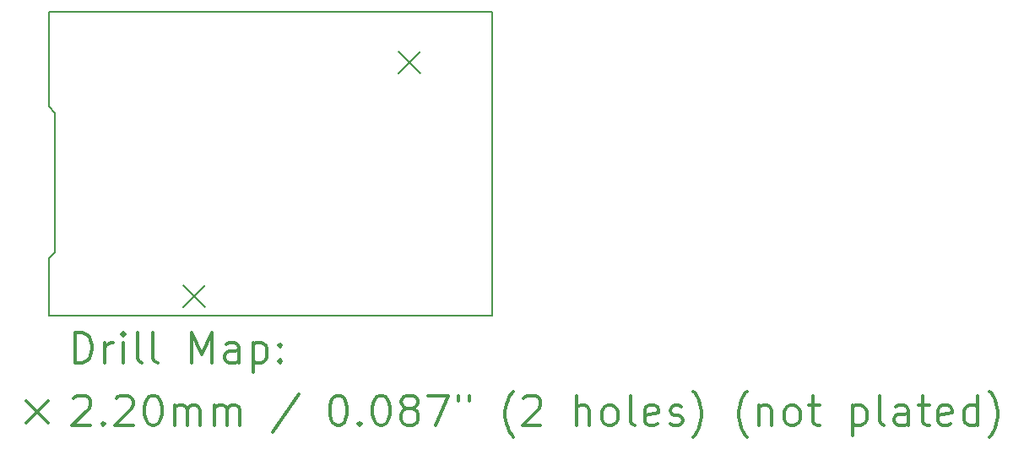
<source format=gbr>
%FSLAX45Y45*%
G04 Gerber Fmt 4.5, Leading zero omitted, Abs format (unit mm)*
G04 Created by KiCad (PCBNEW 4.0.7) date 05/11/18 23:43:44*
%MOMM*%
%LPD*%
G01*
G04 APERTURE LIST*
%ADD10C,0.127000*%
%ADD11C,0.150000*%
%ADD12C,0.200000*%
%ADD13C,0.300000*%
G04 APERTURE END LIST*
D10*
D11*
X10096500Y-5715000D02*
X10096500Y-4762500D01*
X10096500Y-4762500D02*
X14414500Y-4762500D01*
X10096500Y-7239000D02*
X10096500Y-7810500D01*
X10160000Y-5778500D02*
X10096500Y-5715000D01*
X10160000Y-7175500D02*
X10160000Y-5778500D01*
X10096500Y-7239000D02*
X10160000Y-7175500D01*
X14541500Y-7810500D02*
X10096500Y-7810500D01*
X14541500Y-4762500D02*
X14541500Y-7810500D01*
X14478000Y-4762500D02*
X14541500Y-4762500D01*
X14414500Y-4762500D02*
X14478000Y-4762500D01*
D12*
X11447000Y-7510000D02*
X11667000Y-7730000D01*
X11667000Y-7510000D02*
X11447000Y-7730000D01*
X13606000Y-5160500D02*
X13826000Y-5380500D01*
X13826000Y-5160500D02*
X13606000Y-5380500D01*
D13*
X10360429Y-8283714D02*
X10360429Y-7983714D01*
X10431857Y-7983714D01*
X10474714Y-7998000D01*
X10503286Y-8026571D01*
X10517571Y-8055143D01*
X10531857Y-8112286D01*
X10531857Y-8155143D01*
X10517571Y-8212286D01*
X10503286Y-8240857D01*
X10474714Y-8269429D01*
X10431857Y-8283714D01*
X10360429Y-8283714D01*
X10660429Y-8283714D02*
X10660429Y-8083714D01*
X10660429Y-8140857D02*
X10674714Y-8112286D01*
X10689000Y-8098000D01*
X10717571Y-8083714D01*
X10746143Y-8083714D01*
X10846143Y-8283714D02*
X10846143Y-8083714D01*
X10846143Y-7983714D02*
X10831857Y-7998000D01*
X10846143Y-8012286D01*
X10860429Y-7998000D01*
X10846143Y-7983714D01*
X10846143Y-8012286D01*
X11031857Y-8283714D02*
X11003286Y-8269429D01*
X10989000Y-8240857D01*
X10989000Y-7983714D01*
X11189000Y-8283714D02*
X11160429Y-8269429D01*
X11146143Y-8240857D01*
X11146143Y-7983714D01*
X11531857Y-8283714D02*
X11531857Y-7983714D01*
X11631857Y-8198000D01*
X11731857Y-7983714D01*
X11731857Y-8283714D01*
X12003286Y-8283714D02*
X12003286Y-8126571D01*
X11989000Y-8098000D01*
X11960428Y-8083714D01*
X11903286Y-8083714D01*
X11874714Y-8098000D01*
X12003286Y-8269429D02*
X11974714Y-8283714D01*
X11903286Y-8283714D01*
X11874714Y-8269429D01*
X11860428Y-8240857D01*
X11860428Y-8212286D01*
X11874714Y-8183714D01*
X11903286Y-8169429D01*
X11974714Y-8169429D01*
X12003286Y-8155143D01*
X12146143Y-8083714D02*
X12146143Y-8383714D01*
X12146143Y-8098000D02*
X12174714Y-8083714D01*
X12231857Y-8083714D01*
X12260428Y-8098000D01*
X12274714Y-8112286D01*
X12289000Y-8140857D01*
X12289000Y-8226571D01*
X12274714Y-8255143D01*
X12260428Y-8269429D01*
X12231857Y-8283714D01*
X12174714Y-8283714D01*
X12146143Y-8269429D01*
X12417571Y-8255143D02*
X12431857Y-8269429D01*
X12417571Y-8283714D01*
X12403286Y-8269429D01*
X12417571Y-8255143D01*
X12417571Y-8283714D01*
X12417571Y-8098000D02*
X12431857Y-8112286D01*
X12417571Y-8126571D01*
X12403286Y-8112286D01*
X12417571Y-8098000D01*
X12417571Y-8126571D01*
X9869000Y-8668000D02*
X10089000Y-8888000D01*
X10089000Y-8668000D02*
X9869000Y-8888000D01*
X10346143Y-8642286D02*
X10360429Y-8628000D01*
X10389000Y-8613714D01*
X10460429Y-8613714D01*
X10489000Y-8628000D01*
X10503286Y-8642286D01*
X10517571Y-8670857D01*
X10517571Y-8699429D01*
X10503286Y-8742286D01*
X10331857Y-8913714D01*
X10517571Y-8913714D01*
X10646143Y-8885143D02*
X10660429Y-8899429D01*
X10646143Y-8913714D01*
X10631857Y-8899429D01*
X10646143Y-8885143D01*
X10646143Y-8913714D01*
X10774714Y-8642286D02*
X10789000Y-8628000D01*
X10817571Y-8613714D01*
X10889000Y-8613714D01*
X10917571Y-8628000D01*
X10931857Y-8642286D01*
X10946143Y-8670857D01*
X10946143Y-8699429D01*
X10931857Y-8742286D01*
X10760428Y-8913714D01*
X10946143Y-8913714D01*
X11131857Y-8613714D02*
X11160429Y-8613714D01*
X11189000Y-8628000D01*
X11203286Y-8642286D01*
X11217571Y-8670857D01*
X11231857Y-8728000D01*
X11231857Y-8799429D01*
X11217571Y-8856572D01*
X11203286Y-8885143D01*
X11189000Y-8899429D01*
X11160429Y-8913714D01*
X11131857Y-8913714D01*
X11103286Y-8899429D01*
X11089000Y-8885143D01*
X11074714Y-8856572D01*
X11060429Y-8799429D01*
X11060429Y-8728000D01*
X11074714Y-8670857D01*
X11089000Y-8642286D01*
X11103286Y-8628000D01*
X11131857Y-8613714D01*
X11360428Y-8913714D02*
X11360428Y-8713714D01*
X11360428Y-8742286D02*
X11374714Y-8728000D01*
X11403286Y-8713714D01*
X11446143Y-8713714D01*
X11474714Y-8728000D01*
X11489000Y-8756572D01*
X11489000Y-8913714D01*
X11489000Y-8756572D02*
X11503286Y-8728000D01*
X11531857Y-8713714D01*
X11574714Y-8713714D01*
X11603286Y-8728000D01*
X11617571Y-8756572D01*
X11617571Y-8913714D01*
X11760428Y-8913714D02*
X11760428Y-8713714D01*
X11760428Y-8742286D02*
X11774714Y-8728000D01*
X11803286Y-8713714D01*
X11846143Y-8713714D01*
X11874714Y-8728000D01*
X11889000Y-8756572D01*
X11889000Y-8913714D01*
X11889000Y-8756572D02*
X11903286Y-8728000D01*
X11931857Y-8713714D01*
X11974714Y-8713714D01*
X12003286Y-8728000D01*
X12017571Y-8756572D01*
X12017571Y-8913714D01*
X12603286Y-8599429D02*
X12346143Y-8985143D01*
X12989000Y-8613714D02*
X13017571Y-8613714D01*
X13046143Y-8628000D01*
X13060428Y-8642286D01*
X13074714Y-8670857D01*
X13089000Y-8728000D01*
X13089000Y-8799429D01*
X13074714Y-8856572D01*
X13060428Y-8885143D01*
X13046143Y-8899429D01*
X13017571Y-8913714D01*
X12989000Y-8913714D01*
X12960428Y-8899429D01*
X12946143Y-8885143D01*
X12931857Y-8856572D01*
X12917571Y-8799429D01*
X12917571Y-8728000D01*
X12931857Y-8670857D01*
X12946143Y-8642286D01*
X12960428Y-8628000D01*
X12989000Y-8613714D01*
X13217571Y-8885143D02*
X13231857Y-8899429D01*
X13217571Y-8913714D01*
X13203286Y-8899429D01*
X13217571Y-8885143D01*
X13217571Y-8913714D01*
X13417571Y-8613714D02*
X13446143Y-8613714D01*
X13474714Y-8628000D01*
X13489000Y-8642286D01*
X13503285Y-8670857D01*
X13517571Y-8728000D01*
X13517571Y-8799429D01*
X13503285Y-8856572D01*
X13489000Y-8885143D01*
X13474714Y-8899429D01*
X13446143Y-8913714D01*
X13417571Y-8913714D01*
X13389000Y-8899429D01*
X13374714Y-8885143D01*
X13360428Y-8856572D01*
X13346143Y-8799429D01*
X13346143Y-8728000D01*
X13360428Y-8670857D01*
X13374714Y-8642286D01*
X13389000Y-8628000D01*
X13417571Y-8613714D01*
X13689000Y-8742286D02*
X13660428Y-8728000D01*
X13646143Y-8713714D01*
X13631857Y-8685143D01*
X13631857Y-8670857D01*
X13646143Y-8642286D01*
X13660428Y-8628000D01*
X13689000Y-8613714D01*
X13746143Y-8613714D01*
X13774714Y-8628000D01*
X13789000Y-8642286D01*
X13803285Y-8670857D01*
X13803285Y-8685143D01*
X13789000Y-8713714D01*
X13774714Y-8728000D01*
X13746143Y-8742286D01*
X13689000Y-8742286D01*
X13660428Y-8756572D01*
X13646143Y-8770857D01*
X13631857Y-8799429D01*
X13631857Y-8856572D01*
X13646143Y-8885143D01*
X13660428Y-8899429D01*
X13689000Y-8913714D01*
X13746143Y-8913714D01*
X13774714Y-8899429D01*
X13789000Y-8885143D01*
X13803285Y-8856572D01*
X13803285Y-8799429D01*
X13789000Y-8770857D01*
X13774714Y-8756572D01*
X13746143Y-8742286D01*
X13903285Y-8613714D02*
X14103285Y-8613714D01*
X13974714Y-8913714D01*
X14203286Y-8613714D02*
X14203286Y-8670857D01*
X14317571Y-8613714D02*
X14317571Y-8670857D01*
X14760428Y-9028000D02*
X14746143Y-9013714D01*
X14717571Y-8970857D01*
X14703285Y-8942286D01*
X14689000Y-8899429D01*
X14674714Y-8828000D01*
X14674714Y-8770857D01*
X14689000Y-8699429D01*
X14703285Y-8656572D01*
X14717571Y-8628000D01*
X14746143Y-8585143D01*
X14760428Y-8570857D01*
X14860428Y-8642286D02*
X14874714Y-8628000D01*
X14903285Y-8613714D01*
X14974714Y-8613714D01*
X15003285Y-8628000D01*
X15017571Y-8642286D01*
X15031857Y-8670857D01*
X15031857Y-8699429D01*
X15017571Y-8742286D01*
X14846143Y-8913714D01*
X15031857Y-8913714D01*
X15389000Y-8913714D02*
X15389000Y-8613714D01*
X15517571Y-8913714D02*
X15517571Y-8756572D01*
X15503285Y-8728000D01*
X15474714Y-8713714D01*
X15431857Y-8713714D01*
X15403285Y-8728000D01*
X15389000Y-8742286D01*
X15703285Y-8913714D02*
X15674714Y-8899429D01*
X15660428Y-8885143D01*
X15646143Y-8856572D01*
X15646143Y-8770857D01*
X15660428Y-8742286D01*
X15674714Y-8728000D01*
X15703285Y-8713714D01*
X15746143Y-8713714D01*
X15774714Y-8728000D01*
X15789000Y-8742286D01*
X15803285Y-8770857D01*
X15803285Y-8856572D01*
X15789000Y-8885143D01*
X15774714Y-8899429D01*
X15746143Y-8913714D01*
X15703285Y-8913714D01*
X15974714Y-8913714D02*
X15946143Y-8899429D01*
X15931857Y-8870857D01*
X15931857Y-8613714D01*
X16203286Y-8899429D02*
X16174714Y-8913714D01*
X16117571Y-8913714D01*
X16089000Y-8899429D01*
X16074714Y-8870857D01*
X16074714Y-8756572D01*
X16089000Y-8728000D01*
X16117571Y-8713714D01*
X16174714Y-8713714D01*
X16203286Y-8728000D01*
X16217571Y-8756572D01*
X16217571Y-8785143D01*
X16074714Y-8813714D01*
X16331857Y-8899429D02*
X16360428Y-8913714D01*
X16417571Y-8913714D01*
X16446143Y-8899429D01*
X16460428Y-8870857D01*
X16460428Y-8856572D01*
X16446143Y-8828000D01*
X16417571Y-8813714D01*
X16374714Y-8813714D01*
X16346143Y-8799429D01*
X16331857Y-8770857D01*
X16331857Y-8756572D01*
X16346143Y-8728000D01*
X16374714Y-8713714D01*
X16417571Y-8713714D01*
X16446143Y-8728000D01*
X16560428Y-9028000D02*
X16574714Y-9013714D01*
X16603286Y-8970857D01*
X16617571Y-8942286D01*
X16631857Y-8899429D01*
X16646143Y-8828000D01*
X16646143Y-8770857D01*
X16631857Y-8699429D01*
X16617571Y-8656572D01*
X16603286Y-8628000D01*
X16574714Y-8585143D01*
X16560428Y-8570857D01*
X17103286Y-9028000D02*
X17089000Y-9013714D01*
X17060428Y-8970857D01*
X17046143Y-8942286D01*
X17031857Y-8899429D01*
X17017571Y-8828000D01*
X17017571Y-8770857D01*
X17031857Y-8699429D01*
X17046143Y-8656572D01*
X17060428Y-8628000D01*
X17089000Y-8585143D01*
X17103286Y-8570857D01*
X17217571Y-8713714D02*
X17217571Y-8913714D01*
X17217571Y-8742286D02*
X17231857Y-8728000D01*
X17260428Y-8713714D01*
X17303286Y-8713714D01*
X17331857Y-8728000D01*
X17346143Y-8756572D01*
X17346143Y-8913714D01*
X17531857Y-8913714D02*
X17503286Y-8899429D01*
X17489000Y-8885143D01*
X17474714Y-8856572D01*
X17474714Y-8770857D01*
X17489000Y-8742286D01*
X17503286Y-8728000D01*
X17531857Y-8713714D01*
X17574714Y-8713714D01*
X17603286Y-8728000D01*
X17617571Y-8742286D01*
X17631857Y-8770857D01*
X17631857Y-8856572D01*
X17617571Y-8885143D01*
X17603286Y-8899429D01*
X17574714Y-8913714D01*
X17531857Y-8913714D01*
X17717571Y-8713714D02*
X17831857Y-8713714D01*
X17760429Y-8613714D02*
X17760429Y-8870857D01*
X17774714Y-8899429D01*
X17803286Y-8913714D01*
X17831857Y-8913714D01*
X18160429Y-8713714D02*
X18160429Y-9013714D01*
X18160429Y-8728000D02*
X18189000Y-8713714D01*
X18246143Y-8713714D01*
X18274714Y-8728000D01*
X18289000Y-8742286D01*
X18303286Y-8770857D01*
X18303286Y-8856572D01*
X18289000Y-8885143D01*
X18274714Y-8899429D01*
X18246143Y-8913714D01*
X18189000Y-8913714D01*
X18160429Y-8899429D01*
X18474714Y-8913714D02*
X18446143Y-8899429D01*
X18431857Y-8870857D01*
X18431857Y-8613714D01*
X18717571Y-8913714D02*
X18717571Y-8756572D01*
X18703286Y-8728000D01*
X18674714Y-8713714D01*
X18617571Y-8713714D01*
X18589000Y-8728000D01*
X18717571Y-8899429D02*
X18689000Y-8913714D01*
X18617571Y-8913714D01*
X18589000Y-8899429D01*
X18574714Y-8870857D01*
X18574714Y-8842286D01*
X18589000Y-8813714D01*
X18617571Y-8799429D01*
X18689000Y-8799429D01*
X18717571Y-8785143D01*
X18817571Y-8713714D02*
X18931857Y-8713714D01*
X18860429Y-8613714D02*
X18860429Y-8870857D01*
X18874714Y-8899429D01*
X18903286Y-8913714D01*
X18931857Y-8913714D01*
X19146143Y-8899429D02*
X19117572Y-8913714D01*
X19060429Y-8913714D01*
X19031857Y-8899429D01*
X19017572Y-8870857D01*
X19017572Y-8756572D01*
X19031857Y-8728000D01*
X19060429Y-8713714D01*
X19117572Y-8713714D01*
X19146143Y-8728000D01*
X19160429Y-8756572D01*
X19160429Y-8785143D01*
X19017572Y-8813714D01*
X19417572Y-8913714D02*
X19417572Y-8613714D01*
X19417572Y-8899429D02*
X19389000Y-8913714D01*
X19331857Y-8913714D01*
X19303286Y-8899429D01*
X19289000Y-8885143D01*
X19274714Y-8856572D01*
X19274714Y-8770857D01*
X19289000Y-8742286D01*
X19303286Y-8728000D01*
X19331857Y-8713714D01*
X19389000Y-8713714D01*
X19417572Y-8728000D01*
X19531857Y-9028000D02*
X19546143Y-9013714D01*
X19574714Y-8970857D01*
X19589000Y-8942286D01*
X19603286Y-8899429D01*
X19617572Y-8828000D01*
X19617572Y-8770857D01*
X19603286Y-8699429D01*
X19589000Y-8656572D01*
X19574714Y-8628000D01*
X19546143Y-8585143D01*
X19531857Y-8570857D01*
M02*

</source>
